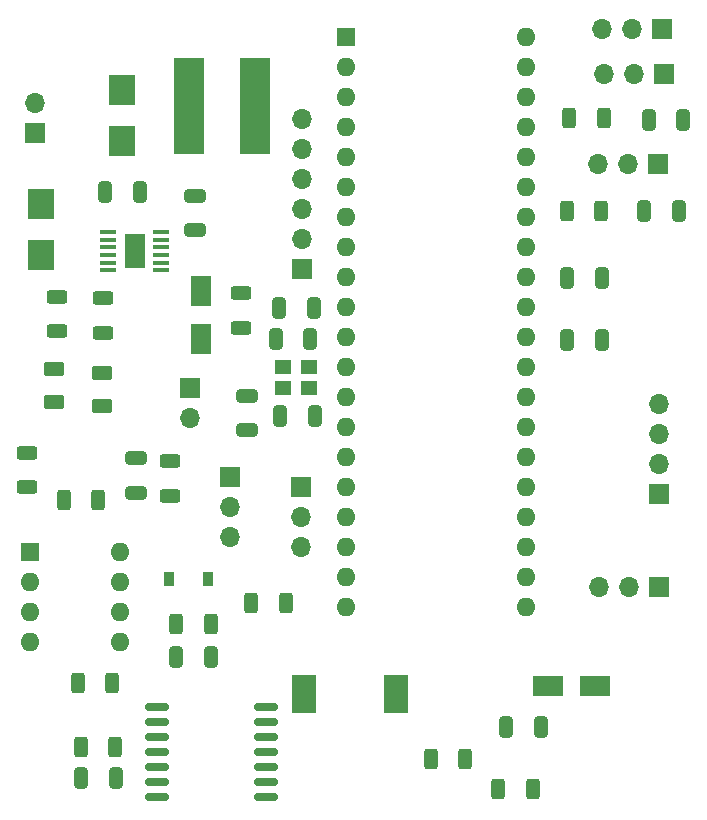
<source format=gbr>
%TF.GenerationSoftware,KiCad,Pcbnew,(6.0.7-1)-1*%
%TF.CreationDate,2023-05-02T22:47:36-04:00*%
%TF.ProjectId,pcb,7063622e-6b69-4636-9164-5f7063625858,rev?*%
%TF.SameCoordinates,Original*%
%TF.FileFunction,Soldermask,Top*%
%TF.FilePolarity,Negative*%
%FSLAX46Y46*%
G04 Gerber Fmt 4.6, Leading zero omitted, Abs format (unit mm)*
G04 Created by KiCad (PCBNEW (6.0.7-1)-1) date 2023-05-02 22:47:36*
%MOMM*%
%LPD*%
G01*
G04 APERTURE LIST*
G04 Aperture macros list*
%AMRoundRect*
0 Rectangle with rounded corners*
0 $1 Rounding radius*
0 $2 $3 $4 $5 $6 $7 $8 $9 X,Y pos of 4 corners*
0 Add a 4 corners polygon primitive as box body*
4,1,4,$2,$3,$4,$5,$6,$7,$8,$9,$2,$3,0*
0 Add four circle primitives for the rounded corners*
1,1,$1+$1,$2,$3*
1,1,$1+$1,$4,$5*
1,1,$1+$1,$6,$7*
1,1,$1+$1,$8,$9*
0 Add four rect primitives between the rounded corners*
20,1,$1+$1,$2,$3,$4,$5,0*
20,1,$1+$1,$4,$5,$6,$7,0*
20,1,$1+$1,$6,$7,$8,$9,0*
20,1,$1+$1,$8,$9,$2,$3,0*%
G04 Aperture macros list end*
%ADD10R,2.600000X8.200000*%
%ADD11R,1.700000X1.700000*%
%ADD12O,1.700000X1.700000*%
%ADD13RoundRect,0.250000X-0.325000X-0.650000X0.325000X-0.650000X0.325000X0.650000X-0.325000X0.650000X0*%
%ADD14R,1.400000X1.200000*%
%ADD15O,1.600000X1.600000*%
%ADD16R,1.600000X1.600000*%
%ADD17RoundRect,0.250000X0.325000X0.650000X-0.325000X0.650000X-0.325000X-0.650000X0.325000X-0.650000X0*%
%ADD18R,1.333500X0.431800*%
%ADD19R,1.752600X2.946400*%
%ADD20R,2.300000X2.500000*%
%ADD21RoundRect,0.250000X0.650000X-0.325000X0.650000X0.325000X-0.650000X0.325000X-0.650000X-0.325000X0*%
%ADD22RoundRect,0.250000X0.312500X0.625000X-0.312500X0.625000X-0.312500X-0.625000X0.312500X-0.625000X0*%
%ADD23RoundRect,0.150000X-0.875000X-0.150000X0.875000X-0.150000X0.875000X0.150000X-0.875000X0.150000X0*%
%ADD24R,2.000000X3.200000*%
%ADD25RoundRect,0.250000X-0.312500X-0.625000X0.312500X-0.625000X0.312500X0.625000X-0.312500X0.625000X0*%
%ADD26RoundRect,0.250000X-0.625000X0.312500X-0.625000X-0.312500X0.625000X-0.312500X0.625000X0.312500X0*%
%ADD27RoundRect,0.250000X-0.625000X0.375000X-0.625000X-0.375000X0.625000X-0.375000X0.625000X0.375000X0*%
%ADD28RoundRect,0.250000X-0.650000X0.325000X-0.650000X-0.325000X0.650000X-0.325000X0.650000X0.325000X0*%
%ADD29RoundRect,0.250000X0.625000X-0.312500X0.625000X0.312500X-0.625000X0.312500X-0.625000X-0.312500X0*%
%ADD30R,0.900000X1.200000*%
%ADD31R,2.500000X1.800000*%
%ADD32R,1.800000X2.500000*%
G04 APERTURE END LIST*
D10*
%TO.C,L2*%
X123400000Y-78000000D03*
X129000000Y-78000000D03*
%TD*%
D11*
%TO.C,J7*%
X126900000Y-109400000D03*
D12*
X126900000Y-111940000D03*
X126900000Y-114480000D03*
%TD*%
D11*
%TO.C,J8*%
X132900000Y-110300000D03*
D12*
X132900000Y-112840000D03*
X132900000Y-115380000D03*
%TD*%
D13*
%TO.C,C4*%
X134075000Y-104300000D03*
X131125000Y-104300000D03*
%TD*%
D14*
%TO.C,Y1*%
X133600000Y-100150000D03*
X131400000Y-100150000D03*
X131400000Y-101850000D03*
X133600000Y-101850000D03*
%TD*%
D15*
%TO.C,U1*%
X151915000Y-72175000D03*
X151915000Y-74715000D03*
X151915000Y-77255000D03*
X151915000Y-79795000D03*
X151915000Y-82335000D03*
X151915000Y-84875000D03*
X151915000Y-87415000D03*
X151915000Y-89955000D03*
X151915000Y-92495000D03*
X151915000Y-95035000D03*
X151915000Y-97575000D03*
X151915000Y-100115000D03*
X151915000Y-102655000D03*
X151915000Y-105195000D03*
X151915000Y-107735000D03*
X151915000Y-110275000D03*
X151915000Y-112815000D03*
X151915000Y-115355000D03*
X151915000Y-117895000D03*
X151915000Y-120435000D03*
X136675000Y-120435000D03*
X136675000Y-117895000D03*
X136675000Y-115355000D03*
X136675000Y-112815000D03*
X136675000Y-110275000D03*
X136675000Y-107735000D03*
X136675000Y-105195000D03*
X136675000Y-102655000D03*
X136675000Y-100115000D03*
X136675000Y-97575000D03*
X136675000Y-95035000D03*
X136675000Y-92495000D03*
X136675000Y-89955000D03*
X136675000Y-87415000D03*
X136675000Y-84875000D03*
X136675000Y-82335000D03*
X136675000Y-79795000D03*
X136675000Y-77255000D03*
X136675000Y-74715000D03*
D16*
X136675000Y-72175000D03*
%TD*%
D17*
%TO.C,C5*%
X133675000Y-97700000D03*
X130725000Y-97700000D03*
%TD*%
D18*
%TO.C,U3*%
X116583850Y-88674400D03*
X116583850Y-89324640D03*
X116583850Y-89974880D03*
X116583850Y-90625120D03*
X116583850Y-91275360D03*
X116583850Y-91925600D03*
X121016150Y-91925600D03*
X121016150Y-91275360D03*
X121016150Y-90625120D03*
X121016150Y-89974880D03*
X121016150Y-89324640D03*
X121016150Y-88674400D03*
D19*
X118800000Y-90300000D03*
%TD*%
D13*
%TO.C,C8*%
X116325000Y-85300000D03*
X119275000Y-85300000D03*
%TD*%
D20*
%TO.C,D3*%
X117700000Y-81000000D03*
X117700000Y-76700000D03*
%TD*%
D21*
%TO.C,C13*%
X118900000Y-110775000D03*
X118900000Y-107825000D03*
%TD*%
D20*
%TO.C,D5*%
X110900000Y-90650000D03*
X110900000Y-86350000D03*
%TD*%
D22*
%TO.C,R14*%
X158525000Y-78992500D03*
X155600000Y-78992500D03*
%TD*%
D11*
%TO.C,J6*%
X133000000Y-91850000D03*
D12*
X133000000Y-89310000D03*
X133000000Y-86770000D03*
X133000000Y-84230000D03*
X133000000Y-81690000D03*
X133000000Y-79150000D03*
%TD*%
D23*
%TO.C,U2*%
X120650000Y-128890000D03*
X120650000Y-130160000D03*
X120650000Y-131430000D03*
X120650000Y-132700000D03*
X120650000Y-133970000D03*
X120650000Y-135240000D03*
X120650000Y-136510000D03*
X129950000Y-136510000D03*
X129950000Y-135240000D03*
X129950000Y-133970000D03*
X129950000Y-132700000D03*
X129950000Y-131430000D03*
X129950000Y-130160000D03*
X129950000Y-128890000D03*
%TD*%
D24*
%TO.C,L1*%
X140900000Y-127800000D03*
X133100000Y-127800000D03*
%TD*%
D25*
%TO.C,R2*%
X143850000Y-133300000D03*
X146775000Y-133300000D03*
%TD*%
D11*
%TO.C,J4*%
X163125000Y-82900000D03*
D12*
X160585000Y-82900000D03*
X158045000Y-82900000D03*
%TD*%
D25*
%TO.C,R8*%
X128675000Y-120100000D03*
X131600000Y-120100000D03*
%TD*%
D26*
%TO.C,R11*%
X121800000Y-108100000D03*
X121800000Y-111025000D03*
%TD*%
%TO.C,R5*%
X127800000Y-93875000D03*
X127800000Y-96800000D03*
%TD*%
D22*
%TO.C,R6*%
X115725000Y-111400000D03*
X112800000Y-111400000D03*
%TD*%
D11*
%TO.C,J12*%
X110400000Y-80300000D03*
D12*
X110400000Y-77760000D03*
%TD*%
D17*
%TO.C,C6*%
X117200000Y-134900000D03*
X114250000Y-134900000D03*
%TD*%
D27*
%TO.C,D1*%
X116000000Y-100600000D03*
X116000000Y-103400000D03*
%TD*%
D28*
%TO.C,C9*%
X123900000Y-85600000D03*
X123900000Y-88550000D03*
%TD*%
D11*
%TO.C,J2*%
X163480000Y-71500000D03*
D12*
X160940000Y-71500000D03*
X158400000Y-71500000D03*
%TD*%
D17*
%TO.C,C12*%
X164875000Y-86900000D03*
X161925000Y-86900000D03*
%TD*%
D13*
%TO.C,C2*%
X158375000Y-92600000D03*
X155425000Y-92600000D03*
%TD*%
D22*
%TO.C,R10*%
X158325000Y-86900000D03*
X155400000Y-86900000D03*
%TD*%
D13*
%TO.C,C7*%
X150250000Y-130600000D03*
X153200000Y-130600000D03*
%TD*%
D29*
%TO.C,R4*%
X112200000Y-97100000D03*
X112200000Y-94175000D03*
%TD*%
D11*
%TO.C,J1*%
X163200000Y-118700000D03*
D12*
X160660000Y-118700000D03*
X158120000Y-118700000D03*
%TD*%
D17*
%TO.C,C1*%
X134000000Y-95100000D03*
X131050000Y-95100000D03*
%TD*%
D26*
%TO.C,R7*%
X109700000Y-107375000D03*
X109700000Y-110300000D03*
%TD*%
D27*
%TO.C,D2*%
X112000000Y-100300000D03*
X112000000Y-103100000D03*
%TD*%
D25*
%TO.C,R12*%
X113975000Y-126900000D03*
X116900000Y-126900000D03*
%TD*%
D22*
%TO.C,R1*%
X152525000Y-135800000D03*
X149600000Y-135800000D03*
%TD*%
D11*
%TO.C,J13*%
X123500000Y-101900000D03*
D12*
X123500000Y-104440000D03*
%TD*%
D17*
%TO.C,C14*%
X165262500Y-79192500D03*
X162312500Y-79192500D03*
%TD*%
D11*
%TO.C,J3*%
X163625000Y-75300000D03*
D12*
X161085000Y-75300000D03*
X158545000Y-75300000D03*
%TD*%
D17*
%TO.C,C3*%
X155425000Y-97800000D03*
X158375000Y-97800000D03*
%TD*%
D22*
%TO.C,R13*%
X117162500Y-132300000D03*
X114237500Y-132300000D03*
%TD*%
D13*
%TO.C,C11*%
X122300000Y-124700000D03*
X125250000Y-124700000D03*
%TD*%
D30*
%TO.C,D7*%
X121750000Y-118100000D03*
X125050000Y-118100000D03*
%TD*%
D31*
%TO.C,D6*%
X153800000Y-127100000D03*
X157800000Y-127100000D03*
%TD*%
D22*
%TO.C,R9*%
X125225000Y-121900000D03*
X122300000Y-121900000D03*
%TD*%
D16*
%TO.C,U4*%
X109900000Y-115800000D03*
D15*
X109900000Y-118340000D03*
X109900000Y-120880000D03*
X109900000Y-123420000D03*
X117520000Y-123420000D03*
X117520000Y-120880000D03*
X117520000Y-118340000D03*
X117520000Y-115800000D03*
%TD*%
D28*
%TO.C,C10*%
X128300000Y-102525000D03*
X128300000Y-105475000D03*
%TD*%
D11*
%TO.C,J5*%
X163200000Y-110900000D03*
D12*
X163200000Y-108360000D03*
X163200000Y-105820000D03*
X163200000Y-103280000D03*
%TD*%
D32*
%TO.C,D4*%
X124400000Y-93700000D03*
X124400000Y-97700000D03*
%TD*%
D29*
%TO.C,R3*%
X116100000Y-97200000D03*
X116100000Y-94275000D03*
%TD*%
M02*

</source>
